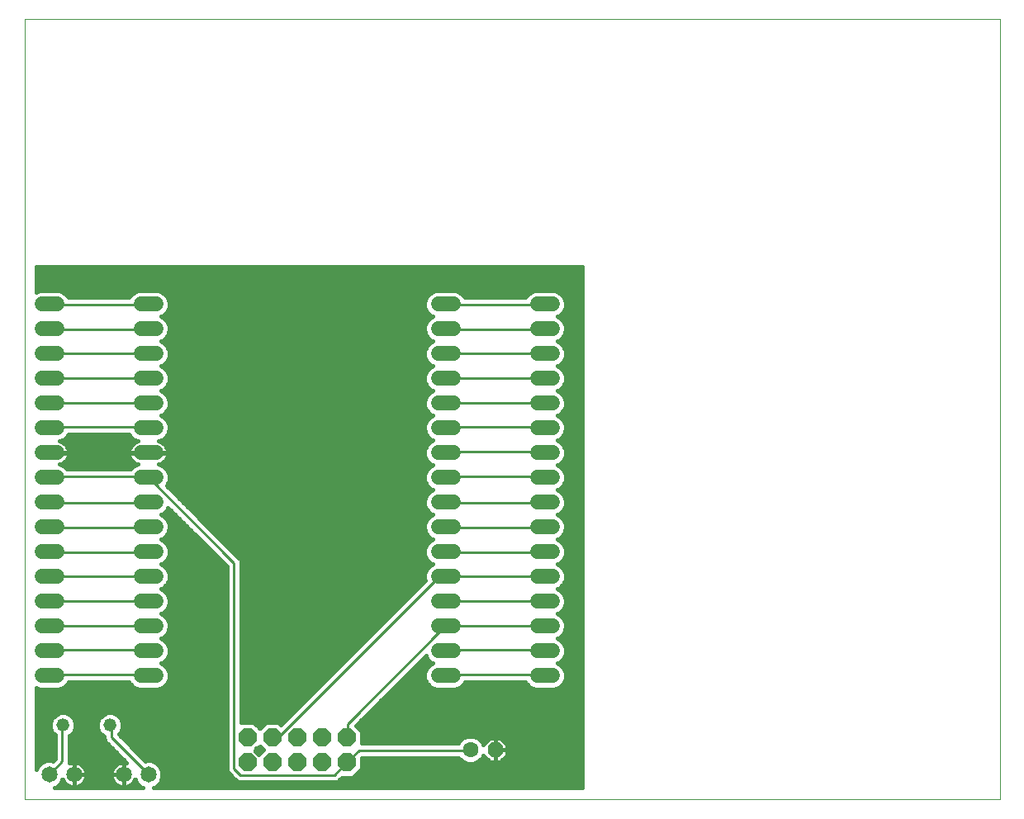
<source format=gtl>
G75*
%MOIN*%
%OFA0B0*%
%FSLAX25Y25*%
%IPPOS*%
%LPD*%
%AMOC8*
5,1,8,0,0,1.08239X$1,22.5*
%
%ADD10C,0.00000*%
%ADD11OC8,0.06300*%
%ADD12C,0.06300*%
%ADD13OC8,0.07400*%
%ADD14C,0.06000*%
%ADD15C,0.05200*%
%ADD16C,0.06500*%
%ADD17C,0.01000*%
%ADD18C,0.04000*%
%ADD19C,0.01600*%
D10*
X0001800Y0001800D02*
X0001800Y0316761D01*
X0395501Y0316761D01*
X0395501Y0001800D01*
X0001800Y0001800D01*
D11*
X0191800Y0021800D03*
D12*
X0181800Y0021800D03*
D13*
X0131800Y0016800D03*
X0131800Y0026800D03*
X0121800Y0026800D03*
X0111800Y0026800D03*
X0111800Y0016800D03*
X0121800Y0016800D03*
X0101800Y0016800D03*
X0091800Y0016800D03*
X0091800Y0026800D03*
X0101800Y0026800D03*
D14*
X0054800Y0051800D02*
X0048800Y0051800D01*
X0048800Y0061800D02*
X0054800Y0061800D01*
X0054800Y0071800D02*
X0048800Y0071800D01*
X0048800Y0081800D02*
X0054800Y0081800D01*
X0054800Y0091800D02*
X0048800Y0091800D01*
X0048800Y0101800D02*
X0054800Y0101800D01*
X0054800Y0111800D02*
X0048800Y0111800D01*
X0048800Y0121800D02*
X0054800Y0121800D01*
X0054800Y0131800D02*
X0048800Y0131800D01*
X0048800Y0141800D02*
X0054800Y0141800D01*
X0054800Y0151800D02*
X0048800Y0151800D01*
X0048800Y0161800D02*
X0054800Y0161800D01*
X0054800Y0171800D02*
X0048800Y0171800D01*
X0048800Y0181800D02*
X0054800Y0181800D01*
X0054800Y0191800D02*
X0048800Y0191800D01*
X0048800Y0201800D02*
X0054800Y0201800D01*
X0014800Y0201800D02*
X0008800Y0201800D01*
X0008800Y0191800D02*
X0014800Y0191800D01*
X0014800Y0181800D02*
X0008800Y0181800D01*
X0008800Y0171800D02*
X0014800Y0171800D01*
X0014800Y0161800D02*
X0008800Y0161800D01*
X0008800Y0151800D02*
X0014800Y0151800D01*
X0014800Y0141800D02*
X0008800Y0141800D01*
X0008800Y0131800D02*
X0014800Y0131800D01*
X0014800Y0121800D02*
X0008800Y0121800D01*
X0008800Y0111800D02*
X0014800Y0111800D01*
X0014800Y0101800D02*
X0008800Y0101800D01*
X0008800Y0091800D02*
X0014800Y0091800D01*
X0014800Y0081800D02*
X0008800Y0081800D01*
X0008800Y0071800D02*
X0014800Y0071800D01*
X0014800Y0061800D02*
X0008800Y0061800D01*
X0008800Y0051800D02*
X0014800Y0051800D01*
X0168800Y0051800D02*
X0174800Y0051800D01*
X0174800Y0061800D02*
X0168800Y0061800D01*
X0168800Y0071800D02*
X0174800Y0071800D01*
X0174800Y0081800D02*
X0168800Y0081800D01*
X0168800Y0091800D02*
X0174800Y0091800D01*
X0174800Y0101800D02*
X0168800Y0101800D01*
X0168800Y0111800D02*
X0174800Y0111800D01*
X0174800Y0121800D02*
X0168800Y0121800D01*
X0168800Y0131800D02*
X0174800Y0131800D01*
X0174800Y0141800D02*
X0168800Y0141800D01*
X0168800Y0151800D02*
X0174800Y0151800D01*
X0174800Y0161800D02*
X0168800Y0161800D01*
X0168800Y0171800D02*
X0174800Y0171800D01*
X0174800Y0181800D02*
X0168800Y0181800D01*
X0168800Y0191800D02*
X0174800Y0191800D01*
X0174800Y0201800D02*
X0168800Y0201800D01*
X0208800Y0201800D02*
X0214800Y0201800D01*
X0214800Y0191800D02*
X0208800Y0191800D01*
X0208800Y0181800D02*
X0214800Y0181800D01*
X0214800Y0171800D02*
X0208800Y0171800D01*
X0208800Y0161800D02*
X0214800Y0161800D01*
X0214800Y0151800D02*
X0208800Y0151800D01*
X0208800Y0141800D02*
X0214800Y0141800D01*
X0214800Y0131800D02*
X0208800Y0131800D01*
X0208800Y0121800D02*
X0214800Y0121800D01*
X0214800Y0111800D02*
X0208800Y0111800D01*
X0208800Y0101800D02*
X0214800Y0101800D01*
X0214800Y0091800D02*
X0208800Y0091800D01*
X0208800Y0081800D02*
X0214800Y0081800D01*
X0214800Y0071800D02*
X0208800Y0071800D01*
X0208800Y0061800D02*
X0214800Y0061800D01*
X0214800Y0051800D02*
X0208800Y0051800D01*
D15*
X0036300Y0031800D03*
X0017300Y0031800D03*
D16*
X0021800Y0011800D03*
X0011800Y0011800D03*
X0041800Y0011800D03*
X0051800Y0011800D03*
D17*
X0051300Y0012600D01*
X0036900Y0027000D01*
X0036900Y0031500D01*
X0036300Y0031800D01*
X0017300Y0031800D02*
X0017100Y0031500D01*
X0017100Y0017100D01*
X0011800Y0011800D01*
X0021800Y0011800D02*
X0022500Y0011700D01*
X0041400Y0011700D01*
X0041800Y0011800D01*
X0086400Y0014400D02*
X0089100Y0011700D01*
X0126900Y0011700D01*
X0131400Y0016200D01*
X0131800Y0016800D01*
X0132300Y0017100D01*
X0136800Y0021600D01*
X0181800Y0021600D01*
X0181800Y0021800D01*
X0171800Y0051800D02*
X0171900Y0052200D01*
X0211500Y0052200D01*
X0211800Y0051800D01*
X0211800Y0061800D02*
X0211500Y0062100D01*
X0171900Y0062100D01*
X0171800Y0061800D01*
X0171000Y0071100D02*
X0171800Y0071800D01*
X0171900Y0072000D01*
X0211500Y0072000D01*
X0211800Y0071800D01*
X0211800Y0081800D02*
X0211500Y0081900D01*
X0171900Y0081900D01*
X0171800Y0081800D01*
X0171800Y0091800D02*
X0169200Y0091800D01*
X0104400Y0027000D01*
X0102600Y0027000D01*
X0101800Y0026800D01*
X0086400Y0014400D02*
X0086400Y0097200D01*
X0051800Y0131800D01*
X0051300Y0132300D01*
X0012600Y0132300D01*
X0011800Y0131800D01*
X0011800Y0121800D02*
X0012600Y0121500D01*
X0051300Y0121500D01*
X0051800Y0121800D01*
X0051800Y0111800D02*
X0051300Y0111600D01*
X0012600Y0111600D01*
X0011800Y0111800D01*
X0011800Y0101800D02*
X0012600Y0101700D01*
X0051300Y0101700D01*
X0051800Y0101800D01*
X0051800Y0091800D02*
X0011800Y0091800D01*
X0012600Y0081900D02*
X0011800Y0081800D01*
X0012600Y0081900D02*
X0051300Y0081900D01*
X0051800Y0081800D01*
X0051300Y0072000D02*
X0051800Y0071800D01*
X0051300Y0072000D02*
X0012600Y0072000D01*
X0011800Y0071800D01*
X0012600Y0062100D02*
X0011800Y0061800D01*
X0012600Y0062100D02*
X0051300Y0062100D01*
X0051800Y0061800D01*
X0051300Y0052200D02*
X0051800Y0051800D01*
X0051300Y0052200D02*
X0012600Y0052200D01*
X0011800Y0051800D01*
X0011800Y0141800D02*
X0012600Y0142200D01*
X0051300Y0142200D01*
X0051800Y0141800D01*
X0051800Y0151800D02*
X0051300Y0152100D01*
X0012600Y0152100D01*
X0011800Y0151800D01*
X0011800Y0161800D02*
X0012600Y0162000D01*
X0051300Y0162000D01*
X0051800Y0161800D01*
X0051800Y0171800D02*
X0051300Y0171900D01*
X0012600Y0171900D01*
X0011800Y0171800D01*
X0011800Y0181800D02*
X0051800Y0181800D01*
X0051300Y0191700D02*
X0051800Y0191800D01*
X0051300Y0191700D02*
X0012600Y0191700D01*
X0011800Y0191800D01*
X0012600Y0201600D02*
X0011800Y0201800D01*
X0012600Y0201600D02*
X0051300Y0201600D01*
X0051800Y0201800D01*
X0171800Y0201800D02*
X0171900Y0201600D01*
X0211500Y0201600D01*
X0211800Y0201800D01*
X0211800Y0191800D02*
X0211500Y0191700D01*
X0171900Y0191700D01*
X0171800Y0191800D01*
X0171800Y0181800D02*
X0211800Y0181800D01*
X0211500Y0171900D02*
X0211800Y0171800D01*
X0211500Y0171900D02*
X0171900Y0171900D01*
X0171800Y0171800D01*
X0171900Y0162000D02*
X0171800Y0161800D01*
X0171900Y0162000D02*
X0211500Y0162000D01*
X0211800Y0161800D01*
X0211500Y0152100D02*
X0211800Y0151800D01*
X0211500Y0152100D02*
X0171900Y0152100D01*
X0171800Y0151800D01*
X0171900Y0142200D02*
X0171800Y0141800D01*
X0171900Y0142200D02*
X0211500Y0142200D01*
X0211800Y0141800D01*
X0211500Y0132300D02*
X0211800Y0131800D01*
X0211500Y0132300D02*
X0171900Y0132300D01*
X0171800Y0131800D01*
X0171800Y0121800D02*
X0171900Y0121500D01*
X0211500Y0121500D01*
X0211800Y0121800D01*
X0211800Y0111800D02*
X0211500Y0111600D01*
X0171900Y0111600D01*
X0171800Y0111800D01*
X0171800Y0101800D02*
X0171900Y0101700D01*
X0211500Y0101700D01*
X0211800Y0101800D01*
X0211800Y0091800D02*
X0171800Y0091800D01*
X0171000Y0071100D02*
X0132300Y0032400D01*
X0132300Y0027000D01*
X0131800Y0026800D01*
D18*
X0096300Y0021600D03*
D19*
X0096207Y0022581D02*
X0097393Y0022581D01*
X0096800Y0023173D02*
X0098173Y0021800D01*
X0096376Y0020002D01*
X0095002Y0021376D01*
X0096800Y0023173D01*
X0097355Y0020982D02*
X0095396Y0020982D01*
X0096800Y0030427D02*
X0094327Y0032900D01*
X0089300Y0032900D01*
X0089300Y0097777D01*
X0088858Y0098843D01*
X0088043Y0099658D01*
X0059169Y0128532D01*
X0059378Y0128741D01*
X0060200Y0130726D01*
X0060200Y0132874D01*
X0059378Y0134859D01*
X0057859Y0136378D01*
X0056007Y0137145D01*
X0056643Y0137352D01*
X0057316Y0137695D01*
X0057927Y0138139D01*
X0058461Y0138673D01*
X0058905Y0139284D01*
X0059248Y0139957D01*
X0059482Y0140676D01*
X0059600Y0141422D01*
X0059600Y0141600D01*
X0052000Y0141600D01*
X0052000Y0142000D01*
X0059600Y0142000D01*
X0059600Y0142178D01*
X0059482Y0142924D01*
X0059248Y0143643D01*
X0058905Y0144316D01*
X0058461Y0144927D01*
X0057927Y0145461D01*
X0057316Y0145905D01*
X0056643Y0146248D01*
X0056007Y0146455D01*
X0057859Y0147222D01*
X0059378Y0148741D01*
X0060200Y0150726D01*
X0060200Y0152874D01*
X0059378Y0154859D01*
X0057859Y0156378D01*
X0056840Y0156800D01*
X0057859Y0157222D01*
X0059378Y0158741D01*
X0060200Y0160726D01*
X0060200Y0162874D01*
X0059378Y0164859D01*
X0057859Y0166378D01*
X0056840Y0166800D01*
X0057859Y0167222D01*
X0059378Y0168741D01*
X0060200Y0170726D01*
X0060200Y0172874D01*
X0059378Y0174859D01*
X0057859Y0176378D01*
X0056840Y0176800D01*
X0057859Y0177222D01*
X0059378Y0178741D01*
X0060200Y0180726D01*
X0060200Y0182874D01*
X0059378Y0184859D01*
X0057859Y0186378D01*
X0056840Y0186800D01*
X0057859Y0187222D01*
X0059378Y0188741D01*
X0060200Y0190726D01*
X0060200Y0192874D01*
X0059378Y0194859D01*
X0057859Y0196378D01*
X0056840Y0196800D01*
X0057859Y0197222D01*
X0059378Y0198741D01*
X0060200Y0200726D01*
X0060200Y0202874D01*
X0059378Y0204859D01*
X0057859Y0206378D01*
X0055874Y0207200D01*
X0047726Y0207200D01*
X0045741Y0206378D01*
X0044222Y0204859D01*
X0044073Y0204500D01*
X0019527Y0204500D01*
X0019378Y0204859D01*
X0017859Y0206378D01*
X0015874Y0207200D01*
X0007726Y0207200D01*
X0006600Y0206734D01*
X0006600Y0216800D01*
X0226800Y0216800D01*
X0226800Y0006600D01*
X0054010Y0006600D01*
X0055000Y0007010D01*
X0056590Y0008600D01*
X0057450Y0010676D01*
X0057450Y0012924D01*
X0056590Y0015000D01*
X0055000Y0016590D01*
X0052924Y0017450D01*
X0050676Y0017450D01*
X0050588Y0017413D01*
X0039800Y0028201D01*
X0039800Y0028229D01*
X0040539Y0028968D01*
X0041300Y0030805D01*
X0041300Y0032795D01*
X0040539Y0034632D01*
X0039132Y0036039D01*
X0037295Y0036800D01*
X0035305Y0036800D01*
X0033468Y0036039D01*
X0032061Y0034632D01*
X0031300Y0032795D01*
X0031300Y0030805D01*
X0032061Y0028968D01*
X0033468Y0027561D01*
X0034000Y0027341D01*
X0034000Y0026423D01*
X0034441Y0025357D01*
X0043117Y0016682D01*
X0042983Y0016726D01*
X0042197Y0016850D01*
X0041800Y0016850D01*
X0041800Y0011800D01*
X0041800Y0011800D01*
X0041800Y0006750D01*
X0042197Y0006750D01*
X0042983Y0006874D01*
X0043739Y0007120D01*
X0044447Y0007481D01*
X0045090Y0007948D01*
X0045652Y0008510D01*
X0046119Y0009153D01*
X0046480Y0009861D01*
X0046483Y0009872D01*
X0047010Y0008600D01*
X0048600Y0007010D01*
X0049590Y0006600D01*
X0014010Y0006600D01*
X0015000Y0007010D01*
X0016590Y0008600D01*
X0017117Y0009872D01*
X0017120Y0009861D01*
X0017481Y0009153D01*
X0017948Y0008510D01*
X0018510Y0007948D01*
X0019153Y0007481D01*
X0019861Y0007120D01*
X0020617Y0006874D01*
X0021403Y0006750D01*
X0021800Y0006750D01*
X0022197Y0006750D01*
X0022983Y0006874D01*
X0023739Y0007120D01*
X0024447Y0007481D01*
X0025090Y0007948D01*
X0025652Y0008510D01*
X0026119Y0009153D01*
X0026480Y0009861D01*
X0026726Y0010617D01*
X0026850Y0011403D01*
X0026850Y0011800D01*
X0026850Y0012197D01*
X0026726Y0012983D01*
X0026480Y0013739D01*
X0026119Y0014447D01*
X0025652Y0015090D01*
X0025090Y0015652D01*
X0024447Y0016119D01*
X0023739Y0016480D01*
X0022983Y0016726D01*
X0022197Y0016850D01*
X0021800Y0016850D01*
X0021800Y0011800D01*
X0021800Y0011800D01*
X0026850Y0011800D01*
X0021800Y0011800D01*
X0021800Y0011800D01*
X0021800Y0016850D01*
X0021403Y0016850D01*
X0020617Y0016726D01*
X0020000Y0016525D01*
X0020000Y0027506D01*
X0020132Y0027561D01*
X0021539Y0028968D01*
X0022300Y0030805D01*
X0022300Y0032795D01*
X0021539Y0034632D01*
X0020132Y0036039D01*
X0018295Y0036800D01*
X0016305Y0036800D01*
X0014468Y0036039D01*
X0013061Y0034632D01*
X0012300Y0032795D01*
X0012300Y0030805D01*
X0013061Y0028968D01*
X0014200Y0027829D01*
X0014200Y0018301D01*
X0013224Y0017326D01*
X0012924Y0017450D01*
X0010676Y0017450D01*
X0008600Y0016590D01*
X0007010Y0015000D01*
X0006600Y0014010D01*
X0006600Y0046866D01*
X0007726Y0046400D01*
X0015874Y0046400D01*
X0017859Y0047222D01*
X0019378Y0048741D01*
X0019609Y0049300D01*
X0043991Y0049300D01*
X0044222Y0048741D01*
X0045741Y0047222D01*
X0047726Y0046400D01*
X0055874Y0046400D01*
X0057859Y0047222D01*
X0059378Y0048741D01*
X0060200Y0050726D01*
X0060200Y0052874D01*
X0059378Y0054859D01*
X0057859Y0056378D01*
X0056840Y0056800D01*
X0057859Y0057222D01*
X0059378Y0058741D01*
X0060200Y0060726D01*
X0060200Y0062874D01*
X0059378Y0064859D01*
X0057859Y0066378D01*
X0056840Y0066800D01*
X0057859Y0067222D01*
X0059378Y0068741D01*
X0060200Y0070726D01*
X0060200Y0072874D01*
X0059378Y0074859D01*
X0057859Y0076378D01*
X0056840Y0076800D01*
X0057859Y0077222D01*
X0059378Y0078741D01*
X0060200Y0080726D01*
X0060200Y0082874D01*
X0059378Y0084859D01*
X0057859Y0086378D01*
X0056840Y0086800D01*
X0057859Y0087222D01*
X0059378Y0088741D01*
X0060200Y0090726D01*
X0060200Y0092874D01*
X0059378Y0094859D01*
X0057859Y0096378D01*
X0056840Y0096800D01*
X0057859Y0097222D01*
X0059378Y0098741D01*
X0060200Y0100726D01*
X0060200Y0102874D01*
X0059378Y0104859D01*
X0057859Y0106378D01*
X0056840Y0106800D01*
X0057859Y0107222D01*
X0059378Y0108741D01*
X0060200Y0110726D01*
X0060200Y0112874D01*
X0059378Y0114859D01*
X0057859Y0116378D01*
X0056840Y0116800D01*
X0057859Y0117222D01*
X0059378Y0118741D01*
X0059782Y0119717D01*
X0083500Y0095999D01*
X0083500Y0013823D01*
X0083941Y0012757D01*
X0086641Y0010057D01*
X0087457Y0009241D01*
X0088523Y0008800D01*
X0127477Y0008800D01*
X0128543Y0009241D01*
X0130001Y0010700D01*
X0134327Y0010700D01*
X0137900Y0014273D01*
X0137900Y0018599D01*
X0138001Y0018700D01*
X0177077Y0018700D01*
X0177095Y0018656D01*
X0178656Y0017095D01*
X0180696Y0016250D01*
X0182904Y0016250D01*
X0184944Y0017095D01*
X0186505Y0018656D01*
X0186926Y0019673D01*
X0189750Y0016850D01*
X0191800Y0016850D01*
X0193850Y0016850D01*
X0196750Y0019750D01*
X0196750Y0021800D01*
X0196750Y0023850D01*
X0193850Y0026750D01*
X0191800Y0026750D01*
X0191800Y0021800D01*
X0191800Y0021800D01*
X0196750Y0021800D01*
X0191800Y0021800D01*
X0191800Y0021800D01*
X0191800Y0026750D01*
X0189750Y0026750D01*
X0186926Y0023927D01*
X0186505Y0024944D01*
X0184944Y0026505D01*
X0182904Y0027350D01*
X0180696Y0027350D01*
X0178656Y0026505D01*
X0177095Y0024944D01*
X0176911Y0024500D01*
X0137900Y0024500D01*
X0137900Y0029327D01*
X0135614Y0031613D01*
X0163789Y0059787D01*
X0164222Y0058741D01*
X0165741Y0057222D01*
X0166760Y0056800D01*
X0165741Y0056378D01*
X0164222Y0054859D01*
X0163400Y0052874D01*
X0163400Y0050726D01*
X0164222Y0048741D01*
X0165741Y0047222D01*
X0167726Y0046400D01*
X0175874Y0046400D01*
X0177859Y0047222D01*
X0179378Y0048741D01*
X0179609Y0049300D01*
X0203991Y0049300D01*
X0204222Y0048741D01*
X0205741Y0047222D01*
X0207726Y0046400D01*
X0215874Y0046400D01*
X0217859Y0047222D01*
X0219378Y0048741D01*
X0220200Y0050726D01*
X0220200Y0052874D01*
X0219378Y0054859D01*
X0217859Y0056378D01*
X0216840Y0056800D01*
X0217859Y0057222D01*
X0219378Y0058741D01*
X0220200Y0060726D01*
X0220200Y0062874D01*
X0219378Y0064859D01*
X0217859Y0066378D01*
X0216840Y0066800D01*
X0217859Y0067222D01*
X0219378Y0068741D01*
X0220200Y0070726D01*
X0220200Y0072874D01*
X0219378Y0074859D01*
X0217859Y0076378D01*
X0216840Y0076800D01*
X0217859Y0077222D01*
X0219378Y0078741D01*
X0220200Y0080726D01*
X0220200Y0082874D01*
X0219378Y0084859D01*
X0217859Y0086378D01*
X0216840Y0086800D01*
X0217859Y0087222D01*
X0219378Y0088741D01*
X0220200Y0090726D01*
X0220200Y0092874D01*
X0219378Y0094859D01*
X0217859Y0096378D01*
X0216840Y0096800D01*
X0217859Y0097222D01*
X0219378Y0098741D01*
X0220200Y0100726D01*
X0220200Y0102874D01*
X0219378Y0104859D01*
X0217859Y0106378D01*
X0216840Y0106800D01*
X0217859Y0107222D01*
X0219378Y0108741D01*
X0220200Y0110726D01*
X0220200Y0112874D01*
X0219378Y0114859D01*
X0217859Y0116378D01*
X0216840Y0116800D01*
X0217859Y0117222D01*
X0219378Y0118741D01*
X0220200Y0120726D01*
X0220200Y0122874D01*
X0219378Y0124859D01*
X0217859Y0126378D01*
X0216840Y0126800D01*
X0217859Y0127222D01*
X0219378Y0128741D01*
X0220200Y0130726D01*
X0220200Y0132874D01*
X0219378Y0134859D01*
X0217859Y0136378D01*
X0216840Y0136800D01*
X0217859Y0137222D01*
X0219378Y0138741D01*
X0220200Y0140726D01*
X0220200Y0142874D01*
X0219378Y0144859D01*
X0217859Y0146378D01*
X0216840Y0146800D01*
X0217859Y0147222D01*
X0219378Y0148741D01*
X0220200Y0150726D01*
X0220200Y0152874D01*
X0219378Y0154859D01*
X0217859Y0156378D01*
X0216840Y0156800D01*
X0217859Y0157222D01*
X0219378Y0158741D01*
X0220200Y0160726D01*
X0220200Y0162874D01*
X0219378Y0164859D01*
X0217859Y0166378D01*
X0216840Y0166800D01*
X0217859Y0167222D01*
X0219378Y0168741D01*
X0220200Y0170726D01*
X0220200Y0172874D01*
X0219378Y0174859D01*
X0217859Y0176378D01*
X0216840Y0176800D01*
X0217859Y0177222D01*
X0219378Y0178741D01*
X0220200Y0180726D01*
X0220200Y0182874D01*
X0219378Y0184859D01*
X0217859Y0186378D01*
X0216840Y0186800D01*
X0217859Y0187222D01*
X0219378Y0188741D01*
X0220200Y0190726D01*
X0220200Y0192874D01*
X0219378Y0194859D01*
X0217859Y0196378D01*
X0216840Y0196800D01*
X0217859Y0197222D01*
X0219378Y0198741D01*
X0220200Y0200726D01*
X0220200Y0202874D01*
X0219378Y0204859D01*
X0217859Y0206378D01*
X0215874Y0207200D01*
X0207726Y0207200D01*
X0205741Y0206378D01*
X0204222Y0204859D01*
X0204073Y0204500D01*
X0179527Y0204500D01*
X0179378Y0204859D01*
X0177859Y0206378D01*
X0175874Y0207200D01*
X0167726Y0207200D01*
X0165741Y0206378D01*
X0164222Y0204859D01*
X0163400Y0202874D01*
X0163400Y0200726D01*
X0164222Y0198741D01*
X0165741Y0197222D01*
X0166760Y0196800D01*
X0165741Y0196378D01*
X0164222Y0194859D01*
X0163400Y0192874D01*
X0163400Y0190726D01*
X0164222Y0188741D01*
X0165741Y0187222D01*
X0166760Y0186800D01*
X0165741Y0186378D01*
X0164222Y0184859D01*
X0163400Y0182874D01*
X0163400Y0180726D01*
X0164222Y0178741D01*
X0165741Y0177222D01*
X0166760Y0176800D01*
X0165741Y0176378D01*
X0164222Y0174859D01*
X0163400Y0172874D01*
X0163400Y0170726D01*
X0164222Y0168741D01*
X0165741Y0167222D01*
X0166760Y0166800D01*
X0165741Y0166378D01*
X0164222Y0164859D01*
X0163400Y0162874D01*
X0163400Y0160726D01*
X0164222Y0158741D01*
X0165741Y0157222D01*
X0166760Y0156800D01*
X0165741Y0156378D01*
X0164222Y0154859D01*
X0163400Y0152874D01*
X0163400Y0150726D01*
X0164222Y0148741D01*
X0165741Y0147222D01*
X0166760Y0146800D01*
X0165741Y0146378D01*
X0164222Y0144859D01*
X0163400Y0142874D01*
X0163400Y0140726D01*
X0164222Y0138741D01*
X0165741Y0137222D01*
X0166760Y0136800D01*
X0165741Y0136378D01*
X0164222Y0134859D01*
X0163400Y0132874D01*
X0163400Y0130726D01*
X0164222Y0128741D01*
X0165741Y0127222D01*
X0166760Y0126800D01*
X0165741Y0126378D01*
X0164222Y0124859D01*
X0163400Y0122874D01*
X0163400Y0120726D01*
X0164222Y0118741D01*
X0165741Y0117222D01*
X0166760Y0116800D01*
X0165741Y0116378D01*
X0164222Y0114859D01*
X0163400Y0112874D01*
X0163400Y0110726D01*
X0164222Y0108741D01*
X0165741Y0107222D01*
X0166760Y0106800D01*
X0165741Y0106378D01*
X0164222Y0104859D01*
X0163400Y0102874D01*
X0163400Y0100726D01*
X0164222Y0098741D01*
X0165741Y0097222D01*
X0166760Y0096800D01*
X0165741Y0096378D01*
X0164222Y0094859D01*
X0163400Y0092874D01*
X0163400Y0090726D01*
X0163583Y0090284D01*
X0105263Y0031964D01*
X0104327Y0032900D01*
X0099273Y0032900D01*
X0096800Y0030427D01*
X0096653Y0030573D02*
X0096947Y0030573D01*
X0098545Y0032172D02*
X0095055Y0032172D01*
X0089300Y0033770D02*
X0107069Y0033770D01*
X0105471Y0032172D02*
X0105055Y0032172D01*
X0108668Y0035369D02*
X0089300Y0035369D01*
X0089300Y0036967D02*
X0110266Y0036967D01*
X0111865Y0038566D02*
X0089300Y0038566D01*
X0089300Y0040164D02*
X0113463Y0040164D01*
X0115062Y0041763D02*
X0089300Y0041763D01*
X0089300Y0043361D02*
X0116660Y0043361D01*
X0118259Y0044960D02*
X0089300Y0044960D01*
X0089300Y0046558D02*
X0119857Y0046558D01*
X0121456Y0048157D02*
X0089300Y0048157D01*
X0089300Y0049755D02*
X0123054Y0049755D01*
X0124653Y0051354D02*
X0089300Y0051354D01*
X0089300Y0052952D02*
X0126251Y0052952D01*
X0127850Y0054551D02*
X0089300Y0054551D01*
X0089300Y0056149D02*
X0129448Y0056149D01*
X0131047Y0057748D02*
X0089300Y0057748D01*
X0089300Y0059346D02*
X0132645Y0059346D01*
X0134244Y0060945D02*
X0089300Y0060945D01*
X0089300Y0062543D02*
X0135842Y0062543D01*
X0137441Y0064142D02*
X0089300Y0064142D01*
X0089300Y0065740D02*
X0139039Y0065740D01*
X0140638Y0067339D02*
X0089300Y0067339D01*
X0089300Y0068937D02*
X0142236Y0068937D01*
X0143835Y0070536D02*
X0089300Y0070536D01*
X0089300Y0072134D02*
X0145433Y0072134D01*
X0147032Y0073733D02*
X0089300Y0073733D01*
X0089300Y0075332D02*
X0148630Y0075332D01*
X0150229Y0076930D02*
X0089300Y0076930D01*
X0089300Y0078529D02*
X0151827Y0078529D01*
X0153426Y0080127D02*
X0089300Y0080127D01*
X0089300Y0081726D02*
X0155024Y0081726D01*
X0156623Y0083324D02*
X0089300Y0083324D01*
X0089300Y0084923D02*
X0158221Y0084923D01*
X0159820Y0086521D02*
X0089300Y0086521D01*
X0089300Y0088120D02*
X0161418Y0088120D01*
X0163017Y0089718D02*
X0089300Y0089718D01*
X0089300Y0091317D02*
X0163400Y0091317D01*
X0163417Y0092915D02*
X0089300Y0092915D01*
X0089300Y0094514D02*
X0164079Y0094514D01*
X0165475Y0096112D02*
X0089300Y0096112D01*
X0089300Y0097711D02*
X0165253Y0097711D01*
X0163987Y0099309D02*
X0088392Y0099309D01*
X0086794Y0100908D02*
X0163400Y0100908D01*
X0163400Y0102506D02*
X0085195Y0102506D01*
X0083596Y0104105D02*
X0163910Y0104105D01*
X0165066Y0105703D02*
X0081998Y0105703D01*
X0080399Y0107302D02*
X0165661Y0107302D01*
X0164156Y0108900D02*
X0078801Y0108900D01*
X0077202Y0110499D02*
X0163494Y0110499D01*
X0163400Y0112097D02*
X0075604Y0112097D01*
X0074005Y0113696D02*
X0163740Y0113696D01*
X0164658Y0115294D02*
X0072407Y0115294D01*
X0070808Y0116893D02*
X0166536Y0116893D01*
X0164472Y0118491D02*
X0069210Y0118491D01*
X0067611Y0120090D02*
X0163663Y0120090D01*
X0163400Y0121688D02*
X0066013Y0121688D01*
X0064414Y0123287D02*
X0163571Y0123287D01*
X0164249Y0124885D02*
X0062816Y0124885D01*
X0061217Y0126484D02*
X0165997Y0126484D01*
X0164881Y0128082D02*
X0059619Y0128082D01*
X0059767Y0129681D02*
X0163833Y0129681D01*
X0163400Y0131279D02*
X0060200Y0131279D01*
X0060198Y0132878D02*
X0163402Y0132878D01*
X0164064Y0134476D02*
X0059536Y0134476D01*
X0058162Y0136075D02*
X0165438Y0136075D01*
X0165290Y0137673D02*
X0057274Y0137673D01*
X0058896Y0139272D02*
X0164002Y0139272D01*
X0163400Y0140870D02*
X0059513Y0140870D01*
X0059554Y0142469D02*
X0163400Y0142469D01*
X0163894Y0144068D02*
X0059032Y0144068D01*
X0057645Y0145666D02*
X0165029Y0145666D01*
X0165699Y0147265D02*
X0057901Y0147265D01*
X0059428Y0148863D02*
X0164172Y0148863D01*
X0163509Y0150462D02*
X0060091Y0150462D01*
X0060200Y0152060D02*
X0163400Y0152060D01*
X0163725Y0153659D02*
X0059875Y0153659D01*
X0058980Y0155257D02*
X0164620Y0155257D01*
X0166626Y0156856D02*
X0056974Y0156856D01*
X0059091Y0158454D02*
X0164509Y0158454D01*
X0163679Y0160053D02*
X0059921Y0160053D01*
X0060200Y0161651D02*
X0163400Y0161651D01*
X0163556Y0163250D02*
X0060044Y0163250D01*
X0059382Y0164848D02*
X0164218Y0164848D01*
X0165907Y0166447D02*
X0057693Y0166447D01*
X0058682Y0168045D02*
X0164918Y0168045D01*
X0163848Y0169644D02*
X0059752Y0169644D01*
X0060200Y0171242D02*
X0163400Y0171242D01*
X0163400Y0172841D02*
X0060200Y0172841D01*
X0059552Y0174439D02*
X0164048Y0174439D01*
X0165401Y0176038D02*
X0058199Y0176038D01*
X0058273Y0177636D02*
X0165327Y0177636D01*
X0164018Y0179235D02*
X0059582Y0179235D01*
X0060200Y0180833D02*
X0163400Y0180833D01*
X0163400Y0182432D02*
X0060200Y0182432D01*
X0059721Y0184030D02*
X0163879Y0184030D01*
X0164992Y0185629D02*
X0058608Y0185629D01*
X0057864Y0187227D02*
X0165736Y0187227D01*
X0164187Y0188826D02*
X0059413Y0188826D01*
X0060075Y0190424D02*
X0163525Y0190424D01*
X0163400Y0192023D02*
X0060200Y0192023D01*
X0059890Y0193621D02*
X0163710Y0193621D01*
X0164583Y0195220D02*
X0059017Y0195220D01*
X0056884Y0196818D02*
X0166716Y0196818D01*
X0164546Y0198417D02*
X0059054Y0198417D01*
X0059906Y0200015D02*
X0163694Y0200015D01*
X0163400Y0201614D02*
X0060200Y0201614D01*
X0060060Y0203212D02*
X0163540Y0203212D01*
X0164202Y0204811D02*
X0059398Y0204811D01*
X0057783Y0206409D02*
X0165817Y0206409D01*
X0177783Y0206409D02*
X0205817Y0206409D01*
X0204202Y0204811D02*
X0179398Y0204811D01*
X0216884Y0196818D02*
X0226800Y0196818D01*
X0226800Y0195220D02*
X0219017Y0195220D01*
X0219890Y0193621D02*
X0226800Y0193621D01*
X0226800Y0192023D02*
X0220200Y0192023D01*
X0220075Y0190424D02*
X0226800Y0190424D01*
X0226800Y0188826D02*
X0219413Y0188826D01*
X0217864Y0187227D02*
X0226800Y0187227D01*
X0226800Y0185629D02*
X0218608Y0185629D01*
X0219721Y0184030D02*
X0226800Y0184030D01*
X0226800Y0182432D02*
X0220200Y0182432D01*
X0220200Y0180833D02*
X0226800Y0180833D01*
X0226800Y0179235D02*
X0219582Y0179235D01*
X0218273Y0177636D02*
X0226800Y0177636D01*
X0226800Y0176038D02*
X0218199Y0176038D01*
X0219552Y0174439D02*
X0226800Y0174439D01*
X0226800Y0172841D02*
X0220200Y0172841D01*
X0220200Y0171242D02*
X0226800Y0171242D01*
X0226800Y0169644D02*
X0219752Y0169644D01*
X0218682Y0168045D02*
X0226800Y0168045D01*
X0226800Y0166447D02*
X0217693Y0166447D01*
X0219382Y0164848D02*
X0226800Y0164848D01*
X0226800Y0163250D02*
X0220044Y0163250D01*
X0220200Y0161651D02*
X0226800Y0161651D01*
X0226800Y0160053D02*
X0219921Y0160053D01*
X0219091Y0158454D02*
X0226800Y0158454D01*
X0226800Y0156856D02*
X0216974Y0156856D01*
X0218980Y0155257D02*
X0226800Y0155257D01*
X0226800Y0153659D02*
X0219875Y0153659D01*
X0220200Y0152060D02*
X0226800Y0152060D01*
X0226800Y0150462D02*
X0220091Y0150462D01*
X0219428Y0148863D02*
X0226800Y0148863D01*
X0226800Y0147265D02*
X0217901Y0147265D01*
X0218571Y0145666D02*
X0226800Y0145666D01*
X0226800Y0144068D02*
X0219706Y0144068D01*
X0220200Y0142469D02*
X0226800Y0142469D01*
X0226800Y0140870D02*
X0220200Y0140870D01*
X0219598Y0139272D02*
X0226800Y0139272D01*
X0226800Y0137673D02*
X0218310Y0137673D01*
X0218162Y0136075D02*
X0226800Y0136075D01*
X0226800Y0134476D02*
X0219536Y0134476D01*
X0220198Y0132878D02*
X0226800Y0132878D01*
X0226800Y0131279D02*
X0220200Y0131279D01*
X0219767Y0129681D02*
X0226800Y0129681D01*
X0226800Y0128082D02*
X0218719Y0128082D01*
X0217603Y0126484D02*
X0226800Y0126484D01*
X0226800Y0124885D02*
X0219351Y0124885D01*
X0220029Y0123287D02*
X0226800Y0123287D01*
X0226800Y0121688D02*
X0220200Y0121688D01*
X0219937Y0120090D02*
X0226800Y0120090D01*
X0226800Y0118491D02*
X0219128Y0118491D01*
X0217064Y0116893D02*
X0226800Y0116893D01*
X0226800Y0115294D02*
X0218942Y0115294D01*
X0219860Y0113696D02*
X0226800Y0113696D01*
X0226800Y0112097D02*
X0220200Y0112097D01*
X0220106Y0110499D02*
X0226800Y0110499D01*
X0226800Y0108900D02*
X0219444Y0108900D01*
X0217938Y0107302D02*
X0226800Y0107302D01*
X0226800Y0105703D02*
X0218534Y0105703D01*
X0219690Y0104105D02*
X0226800Y0104105D01*
X0226800Y0102506D02*
X0220200Y0102506D01*
X0220200Y0100908D02*
X0226800Y0100908D01*
X0226800Y0099309D02*
X0219613Y0099309D01*
X0218347Y0097711D02*
X0226800Y0097711D01*
X0226800Y0096112D02*
X0218125Y0096112D01*
X0219521Y0094514D02*
X0226800Y0094514D01*
X0226800Y0092915D02*
X0220183Y0092915D01*
X0220200Y0091317D02*
X0226800Y0091317D01*
X0226800Y0089718D02*
X0219783Y0089718D01*
X0218756Y0088120D02*
X0226800Y0088120D01*
X0226800Y0086521D02*
X0217513Y0086521D01*
X0219314Y0084923D02*
X0226800Y0084923D01*
X0226800Y0083324D02*
X0220014Y0083324D01*
X0220200Y0081726D02*
X0226800Y0081726D01*
X0226800Y0080127D02*
X0219952Y0080127D01*
X0219165Y0078529D02*
X0226800Y0078529D01*
X0226800Y0076930D02*
X0217154Y0076930D01*
X0218905Y0075332D02*
X0226800Y0075332D01*
X0226800Y0073733D02*
X0219844Y0073733D01*
X0220200Y0072134D02*
X0226800Y0072134D01*
X0226800Y0070536D02*
X0220121Y0070536D01*
X0219459Y0068937D02*
X0226800Y0068937D01*
X0226800Y0067339D02*
X0217976Y0067339D01*
X0218496Y0065740D02*
X0226800Y0065740D01*
X0226800Y0064142D02*
X0219675Y0064142D01*
X0220200Y0062543D02*
X0226800Y0062543D01*
X0226800Y0060945D02*
X0220200Y0060945D01*
X0219629Y0059346D02*
X0226800Y0059346D01*
X0226800Y0057748D02*
X0218385Y0057748D01*
X0218087Y0056149D02*
X0226800Y0056149D01*
X0226800Y0054551D02*
X0219505Y0054551D01*
X0220168Y0052952D02*
X0226800Y0052952D01*
X0226800Y0051354D02*
X0220200Y0051354D01*
X0219798Y0049755D02*
X0226800Y0049755D01*
X0226800Y0048157D02*
X0218794Y0048157D01*
X0216256Y0046558D02*
X0226800Y0046558D01*
X0226800Y0044960D02*
X0148961Y0044960D01*
X0150560Y0046558D02*
X0167344Y0046558D01*
X0164806Y0048157D02*
X0152158Y0048157D01*
X0153757Y0049755D02*
X0163802Y0049755D01*
X0163400Y0051354D02*
X0155355Y0051354D01*
X0156954Y0052952D02*
X0163432Y0052952D01*
X0164095Y0054551D02*
X0158552Y0054551D01*
X0160151Y0056149D02*
X0165513Y0056149D01*
X0165215Y0057748D02*
X0161749Y0057748D01*
X0163348Y0059346D02*
X0163971Y0059346D01*
X0176256Y0046558D02*
X0207344Y0046558D01*
X0204806Y0048157D02*
X0178794Y0048157D01*
X0177929Y0025778D02*
X0137900Y0025778D01*
X0137900Y0027376D02*
X0226800Y0027376D01*
X0226800Y0025778D02*
X0194823Y0025778D01*
X0196421Y0024179D02*
X0226800Y0024179D01*
X0226800Y0022581D02*
X0196750Y0022581D01*
X0196750Y0020982D02*
X0226800Y0020982D01*
X0226800Y0019384D02*
X0196384Y0019384D01*
X0194785Y0017785D02*
X0226800Y0017785D01*
X0226800Y0016187D02*
X0137900Y0016187D01*
X0137900Y0017785D02*
X0177966Y0017785D01*
X0185634Y0017785D02*
X0188815Y0017785D01*
X0187216Y0019384D02*
X0186806Y0019384D01*
X0186822Y0024179D02*
X0187179Y0024179D01*
X0185671Y0025778D02*
X0188777Y0025778D01*
X0191800Y0025778D02*
X0191800Y0025778D01*
X0191800Y0024179D02*
X0191800Y0024179D01*
X0191800Y0022581D02*
X0191800Y0022581D01*
X0191800Y0021800D02*
X0191800Y0016850D01*
X0191800Y0021800D01*
X0191800Y0021800D01*
X0191800Y0020982D02*
X0191800Y0020982D01*
X0191800Y0019384D02*
X0191800Y0019384D01*
X0191800Y0017785D02*
X0191800Y0017785D01*
X0226800Y0014588D02*
X0137900Y0014588D01*
X0136616Y0012990D02*
X0226800Y0012990D01*
X0226800Y0011391D02*
X0135018Y0011391D01*
X0129094Y0009793D02*
X0226800Y0009793D01*
X0226800Y0008194D02*
X0056184Y0008194D01*
X0057084Y0009793D02*
X0086906Y0009793D01*
X0085308Y0011391D02*
X0057450Y0011391D01*
X0057423Y0012990D02*
X0083845Y0012990D01*
X0083500Y0014588D02*
X0056761Y0014588D01*
X0055404Y0016187D02*
X0083500Y0016187D01*
X0083500Y0017785D02*
X0050216Y0017785D01*
X0048618Y0019384D02*
X0083500Y0019384D01*
X0083500Y0020982D02*
X0047019Y0020982D01*
X0045421Y0022581D02*
X0083500Y0022581D01*
X0083500Y0024179D02*
X0043822Y0024179D01*
X0042224Y0025778D02*
X0083500Y0025778D01*
X0083500Y0027376D02*
X0040625Y0027376D01*
X0040542Y0028975D02*
X0083500Y0028975D01*
X0083500Y0030573D02*
X0041204Y0030573D01*
X0041300Y0032172D02*
X0083500Y0032172D01*
X0083500Y0033770D02*
X0040896Y0033770D01*
X0039802Y0035369D02*
X0083500Y0035369D01*
X0083500Y0036967D02*
X0006600Y0036967D01*
X0006600Y0035369D02*
X0013798Y0035369D01*
X0012704Y0033770D02*
X0006600Y0033770D01*
X0006600Y0032172D02*
X0012300Y0032172D01*
X0012396Y0030573D02*
X0006600Y0030573D01*
X0006600Y0028975D02*
X0013058Y0028975D01*
X0014200Y0027376D02*
X0006600Y0027376D01*
X0006600Y0025778D02*
X0014200Y0025778D01*
X0014200Y0024179D02*
X0006600Y0024179D01*
X0006600Y0022581D02*
X0014200Y0022581D01*
X0014200Y0020982D02*
X0006600Y0020982D01*
X0006600Y0019384D02*
X0014200Y0019384D01*
X0013684Y0017785D02*
X0006600Y0017785D01*
X0006600Y0016187D02*
X0008196Y0016187D01*
X0006839Y0014588D02*
X0006600Y0014588D01*
X0016184Y0008194D02*
X0018264Y0008194D01*
X0017155Y0009793D02*
X0017084Y0009793D01*
X0021800Y0009793D02*
X0021800Y0009793D01*
X0021800Y0011391D02*
X0021800Y0011391D01*
X0021800Y0011800D02*
X0021800Y0006750D01*
X0021800Y0011800D01*
X0021800Y0011800D01*
X0021800Y0012990D02*
X0021800Y0012990D01*
X0021800Y0014588D02*
X0021800Y0014588D01*
X0021800Y0016187D02*
X0021800Y0016187D01*
X0020000Y0017785D02*
X0042014Y0017785D01*
X0041800Y0016850D02*
X0041403Y0016850D01*
X0040617Y0016726D01*
X0039861Y0016480D01*
X0039153Y0016119D01*
X0038510Y0015652D01*
X0037948Y0015090D01*
X0037481Y0014447D01*
X0037120Y0013739D01*
X0036874Y0012983D01*
X0036750Y0012197D01*
X0036750Y0011800D01*
X0041800Y0011800D01*
X0041800Y0011800D01*
X0041800Y0011800D01*
X0041800Y0016850D01*
X0041800Y0016187D02*
X0041800Y0016187D01*
X0041800Y0014588D02*
X0041800Y0014588D01*
X0041800Y0012990D02*
X0041800Y0012990D01*
X0041800Y0011800D02*
X0036750Y0011800D01*
X0036750Y0011403D01*
X0036874Y0010617D01*
X0037120Y0009861D01*
X0037481Y0009153D01*
X0037948Y0008510D01*
X0038510Y0007948D01*
X0039153Y0007481D01*
X0039861Y0007120D01*
X0040617Y0006874D01*
X0041403Y0006750D01*
X0041800Y0006750D01*
X0041800Y0011800D01*
X0041800Y0011391D02*
X0041800Y0011391D01*
X0041800Y0009793D02*
X0041800Y0009793D01*
X0041800Y0008194D02*
X0041800Y0008194D01*
X0045336Y0008194D02*
X0047416Y0008194D01*
X0046516Y0009793D02*
X0046445Y0009793D01*
X0038264Y0008194D02*
X0025336Y0008194D01*
X0026445Y0009793D02*
X0037155Y0009793D01*
X0036752Y0011391D02*
X0026848Y0011391D01*
X0026723Y0012990D02*
X0036877Y0012990D01*
X0037584Y0014588D02*
X0026016Y0014588D01*
X0024314Y0016187D02*
X0039286Y0016187D01*
X0040415Y0019384D02*
X0020000Y0019384D01*
X0020000Y0020982D02*
X0038817Y0020982D01*
X0037218Y0022581D02*
X0020000Y0022581D01*
X0020000Y0024179D02*
X0035620Y0024179D01*
X0034267Y0025778D02*
X0020000Y0025778D01*
X0020000Y0027376D02*
X0033914Y0027376D01*
X0032058Y0028975D02*
X0021542Y0028975D01*
X0022204Y0030573D02*
X0031396Y0030573D01*
X0031300Y0032172D02*
X0022300Y0032172D01*
X0021896Y0033770D02*
X0031704Y0033770D01*
X0032798Y0035369D02*
X0020802Y0035369D01*
X0016256Y0046558D02*
X0047344Y0046558D01*
X0044806Y0048157D02*
X0018794Y0048157D01*
X0007344Y0046558D02*
X0006600Y0046558D01*
X0006600Y0044960D02*
X0083500Y0044960D01*
X0083500Y0046558D02*
X0056256Y0046558D01*
X0058794Y0048157D02*
X0083500Y0048157D01*
X0083500Y0049755D02*
X0059798Y0049755D01*
X0060200Y0051354D02*
X0083500Y0051354D01*
X0083500Y0052952D02*
X0060168Y0052952D01*
X0059505Y0054551D02*
X0083500Y0054551D01*
X0083500Y0056149D02*
X0058087Y0056149D01*
X0058385Y0057748D02*
X0083500Y0057748D01*
X0083500Y0059346D02*
X0059629Y0059346D01*
X0060200Y0060945D02*
X0083500Y0060945D01*
X0083500Y0062543D02*
X0060200Y0062543D01*
X0059675Y0064142D02*
X0083500Y0064142D01*
X0083500Y0065740D02*
X0058496Y0065740D01*
X0057976Y0067339D02*
X0083500Y0067339D01*
X0083500Y0068937D02*
X0059459Y0068937D01*
X0060121Y0070536D02*
X0083500Y0070536D01*
X0083500Y0072134D02*
X0060200Y0072134D01*
X0059844Y0073733D02*
X0083500Y0073733D01*
X0083500Y0075332D02*
X0058905Y0075332D01*
X0057154Y0076930D02*
X0083500Y0076930D01*
X0083500Y0078529D02*
X0059165Y0078529D01*
X0059952Y0080127D02*
X0083500Y0080127D01*
X0083500Y0081726D02*
X0060200Y0081726D01*
X0060014Y0083324D02*
X0083500Y0083324D01*
X0083500Y0084923D02*
X0059314Y0084923D01*
X0057513Y0086521D02*
X0083500Y0086521D01*
X0083500Y0088120D02*
X0058756Y0088120D01*
X0059783Y0089718D02*
X0083500Y0089718D01*
X0083500Y0091317D02*
X0060200Y0091317D01*
X0060183Y0092915D02*
X0083500Y0092915D01*
X0083500Y0094514D02*
X0059521Y0094514D01*
X0058125Y0096112D02*
X0083387Y0096112D01*
X0081788Y0097711D02*
X0058347Y0097711D01*
X0059613Y0099309D02*
X0080190Y0099309D01*
X0078591Y0100908D02*
X0060200Y0100908D01*
X0060200Y0102506D02*
X0076993Y0102506D01*
X0075394Y0104105D02*
X0059690Y0104105D01*
X0058534Y0105703D02*
X0073796Y0105703D01*
X0072197Y0107302D02*
X0057938Y0107302D01*
X0059444Y0108900D02*
X0070599Y0108900D01*
X0069000Y0110499D02*
X0060106Y0110499D01*
X0060200Y0112097D02*
X0067401Y0112097D01*
X0065803Y0113696D02*
X0059860Y0113696D01*
X0058942Y0115294D02*
X0064204Y0115294D01*
X0062606Y0116893D02*
X0057064Y0116893D01*
X0059128Y0118491D02*
X0061007Y0118491D01*
X0047593Y0137145D02*
X0045741Y0136378D01*
X0044563Y0135200D01*
X0019037Y0135200D01*
X0017859Y0136378D01*
X0016007Y0137145D01*
X0016643Y0137352D01*
X0017316Y0137695D01*
X0017927Y0138139D01*
X0018461Y0138673D01*
X0018905Y0139284D01*
X0019248Y0139957D01*
X0019482Y0140676D01*
X0019600Y0141422D01*
X0019600Y0141600D01*
X0012000Y0141600D01*
X0012000Y0142000D01*
X0019600Y0142000D01*
X0019600Y0142178D01*
X0019482Y0142924D01*
X0019248Y0143643D01*
X0018905Y0144316D01*
X0018461Y0144927D01*
X0017927Y0145461D01*
X0017316Y0145905D01*
X0016643Y0146248D01*
X0016007Y0146455D01*
X0017859Y0147222D01*
X0019378Y0148741D01*
X0019568Y0149200D01*
X0044032Y0149200D01*
X0044222Y0148741D01*
X0045741Y0147222D01*
X0047593Y0146455D01*
X0046957Y0146248D01*
X0046284Y0145905D01*
X0045673Y0145461D01*
X0045139Y0144927D01*
X0044695Y0144316D01*
X0044352Y0143643D01*
X0044118Y0142924D01*
X0044000Y0142178D01*
X0044000Y0142000D01*
X0051600Y0142000D01*
X0051600Y0141600D01*
X0044000Y0141600D01*
X0044000Y0141422D01*
X0044118Y0140676D01*
X0044352Y0139957D01*
X0044695Y0139284D01*
X0045139Y0138673D01*
X0045673Y0138139D01*
X0046284Y0137695D01*
X0046957Y0137352D01*
X0047593Y0137145D01*
X0046326Y0137673D02*
X0017274Y0137673D01*
X0018162Y0136075D02*
X0045438Y0136075D01*
X0044704Y0139272D02*
X0018896Y0139272D01*
X0019513Y0140870D02*
X0044087Y0140870D01*
X0044046Y0142469D02*
X0019554Y0142469D01*
X0019032Y0144068D02*
X0044568Y0144068D01*
X0045955Y0145666D02*
X0017645Y0145666D01*
X0017901Y0147265D02*
X0045699Y0147265D01*
X0044172Y0148863D02*
X0019428Y0148863D01*
X0019398Y0204811D02*
X0044202Y0204811D01*
X0045817Y0206409D02*
X0017783Y0206409D01*
X0006600Y0208008D02*
X0226800Y0208008D01*
X0226800Y0209606D02*
X0006600Y0209606D01*
X0006600Y0211205D02*
X0226800Y0211205D01*
X0226800Y0212803D02*
X0006600Y0212803D01*
X0006600Y0214402D02*
X0226800Y0214402D01*
X0226800Y0216001D02*
X0006600Y0216001D01*
X0217783Y0206409D02*
X0226800Y0206409D01*
X0226800Y0204811D02*
X0219398Y0204811D01*
X0220060Y0203212D02*
X0226800Y0203212D01*
X0226800Y0201614D02*
X0220200Y0201614D01*
X0219906Y0200015D02*
X0226800Y0200015D01*
X0226800Y0198417D02*
X0219054Y0198417D01*
X0226800Y0043361D02*
X0147363Y0043361D01*
X0145764Y0041763D02*
X0226800Y0041763D01*
X0226800Y0040164D02*
X0144165Y0040164D01*
X0142567Y0038566D02*
X0226800Y0038566D01*
X0226800Y0036967D02*
X0140968Y0036967D01*
X0139370Y0035369D02*
X0226800Y0035369D01*
X0226800Y0033770D02*
X0137771Y0033770D01*
X0136173Y0032172D02*
X0226800Y0032172D01*
X0226800Y0030573D02*
X0136653Y0030573D01*
X0137900Y0028975D02*
X0226800Y0028975D01*
X0083500Y0038566D02*
X0006600Y0038566D01*
X0006600Y0040164D02*
X0083500Y0040164D01*
X0083500Y0041763D02*
X0006600Y0041763D01*
X0006600Y0043361D02*
X0083500Y0043361D01*
X0021800Y0008194D02*
X0021800Y0008194D01*
M02*

</source>
